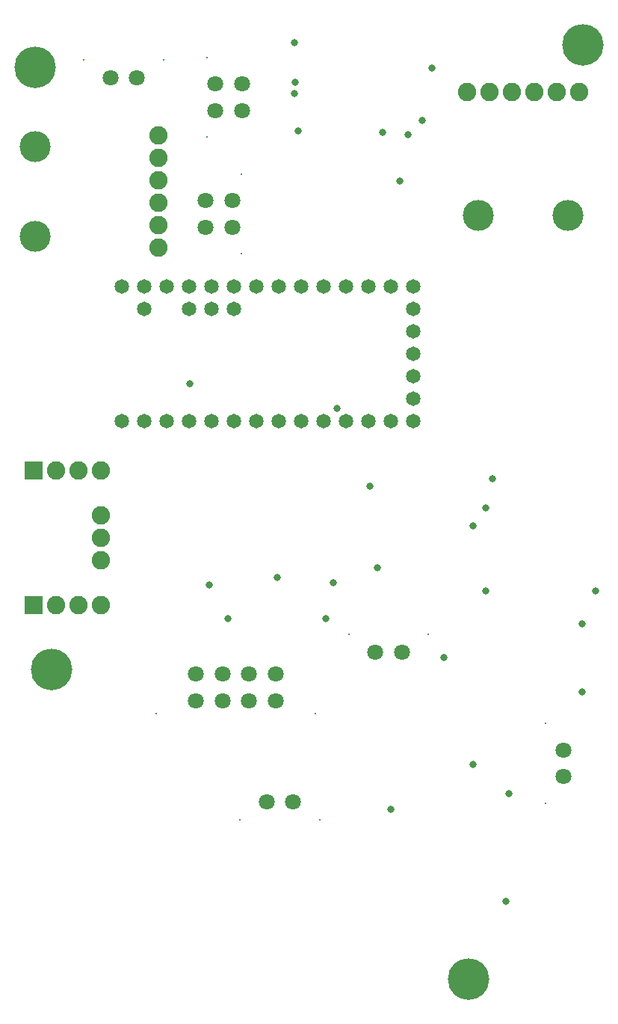
<source format=gbs>
G04 Layer_Color=16711935*
%FSLAX44Y44*%
%MOMM*%
G71*
G01*
G75*
%ADD62C,4.7000*%
%ADD63C,3.5020*%
%ADD64C,2.0796*%
%ADD65C,0.2000*%
%ADD66C,1.8000*%
%ADD67R,2.0796X2.0796*%
%ADD68C,1.6478*%
%ADD69C,0.8000*%
D62*
X-29000Y349000D02*
D03*
X-649000Y324000D02*
D03*
X-158000Y-708000D02*
D03*
X-631000Y-358000D02*
D03*
D63*
X-147000Y156000D02*
D03*
X-45400D02*
D03*
X-649550Y234150D02*
D03*
Y132550D02*
D03*
D64*
X-32700Y295700D02*
D03*
X-58100D02*
D03*
X-83500D02*
D03*
X-108900D02*
D03*
X-134300D02*
D03*
X-159700D02*
D03*
X-626000Y-285000D02*
D03*
X-600600D02*
D03*
X-575200D02*
D03*
X-626000Y-132600D02*
D03*
X-600600D02*
D03*
X-575200D02*
D03*
Y-234200D02*
D03*
Y-208800D02*
D03*
Y-183400D02*
D03*
X-509850Y119850D02*
D03*
Y145250D02*
D03*
Y170650D02*
D03*
Y196050D02*
D03*
Y221450D02*
D03*
Y246850D02*
D03*
D65*
X-504000Y332000D02*
D03*
X-594000D02*
D03*
X-416000Y113000D02*
D03*
Y203000D02*
D03*
X-454957Y335000D02*
D03*
Y245000D02*
D03*
X-71000Y-509000D02*
D03*
Y-419000D02*
D03*
X-327000Y-528000D02*
D03*
X-417000D02*
D03*
X-512000Y-408000D02*
D03*
X-332000D02*
D03*
X-294000Y-318000D02*
D03*
X-204000D02*
D03*
D66*
X-564000Y312000D02*
D03*
X-534000D02*
D03*
X-456000Y173000D02*
D03*
X-426000Y143000D02*
D03*
Y173000D02*
D03*
X-456000Y143000D02*
D03*
X-414958Y275000D02*
D03*
X-444957Y305000D02*
D03*
Y275000D02*
D03*
X-414958Y305000D02*
D03*
X-51000Y-449000D02*
D03*
Y-479000D02*
D03*
X-387000Y-508000D02*
D03*
X-357000D02*
D03*
X-407000Y-393000D02*
D03*
Y-363000D02*
D03*
X-377000D02*
D03*
Y-393000D02*
D03*
X-437000D02*
D03*
Y-363000D02*
D03*
X-467000D02*
D03*
Y-393000D02*
D03*
X-234000Y-338000D02*
D03*
X-264000D02*
D03*
D67*
X-651400Y-285000D02*
D03*
Y-132600D02*
D03*
D68*
X-424400Y50000D02*
D03*
X-449800D02*
D03*
X-475200D02*
D03*
X-526000D02*
D03*
X-551400Y75400D02*
D03*
X-526000D02*
D03*
X-500600D02*
D03*
X-475200D02*
D03*
X-449800D02*
D03*
X-424400D02*
D03*
X-399000D02*
D03*
X-373600D02*
D03*
X-348200D02*
D03*
X-322800D02*
D03*
X-297400D02*
D03*
X-272000D02*
D03*
X-246600D02*
D03*
X-221200D02*
D03*
Y50000D02*
D03*
Y24600D02*
D03*
Y-800D02*
D03*
Y-26200D02*
D03*
Y-51600D02*
D03*
Y-77000D02*
D03*
X-246600D02*
D03*
X-272000D02*
D03*
X-297400D02*
D03*
X-322800D02*
D03*
X-348200D02*
D03*
X-373600D02*
D03*
X-399000D02*
D03*
X-424400D02*
D03*
X-449800D02*
D03*
X-475200D02*
D03*
X-500600D02*
D03*
X-526000D02*
D03*
X-551400D02*
D03*
D69*
X-30000Y-383000D02*
D03*
X-356000Y294000D02*
D03*
X-227000Y248000D02*
D03*
X-256000Y250000D02*
D03*
X-355000Y307000D02*
D03*
X-139000Y-175000D02*
D03*
X-200000Y323000D02*
D03*
X-14000Y-269000D02*
D03*
X-211000Y264000D02*
D03*
X-236000Y195000D02*
D03*
X-113000Y-498000D02*
D03*
X-139000Y-269000D02*
D03*
X-116000Y-620000D02*
D03*
X-356000Y352000D02*
D03*
X-351000Y252000D02*
D03*
X-452000Y-262000D02*
D03*
X-186000Y-344000D02*
D03*
X-375000Y-254000D02*
D03*
X-320000Y-300000D02*
D03*
X-431000D02*
D03*
X-153000Y-465000D02*
D03*
Y-195000D02*
D03*
X-246000Y-516000D02*
D03*
X-270000Y-150000D02*
D03*
X-474000Y-34000D02*
D03*
X-311386Y-259386D02*
D03*
X-30000Y-306000D02*
D03*
X-307000Y-62000D02*
D03*
X-262000Y-243000D02*
D03*
X-131000Y-142000D02*
D03*
M02*

</source>
